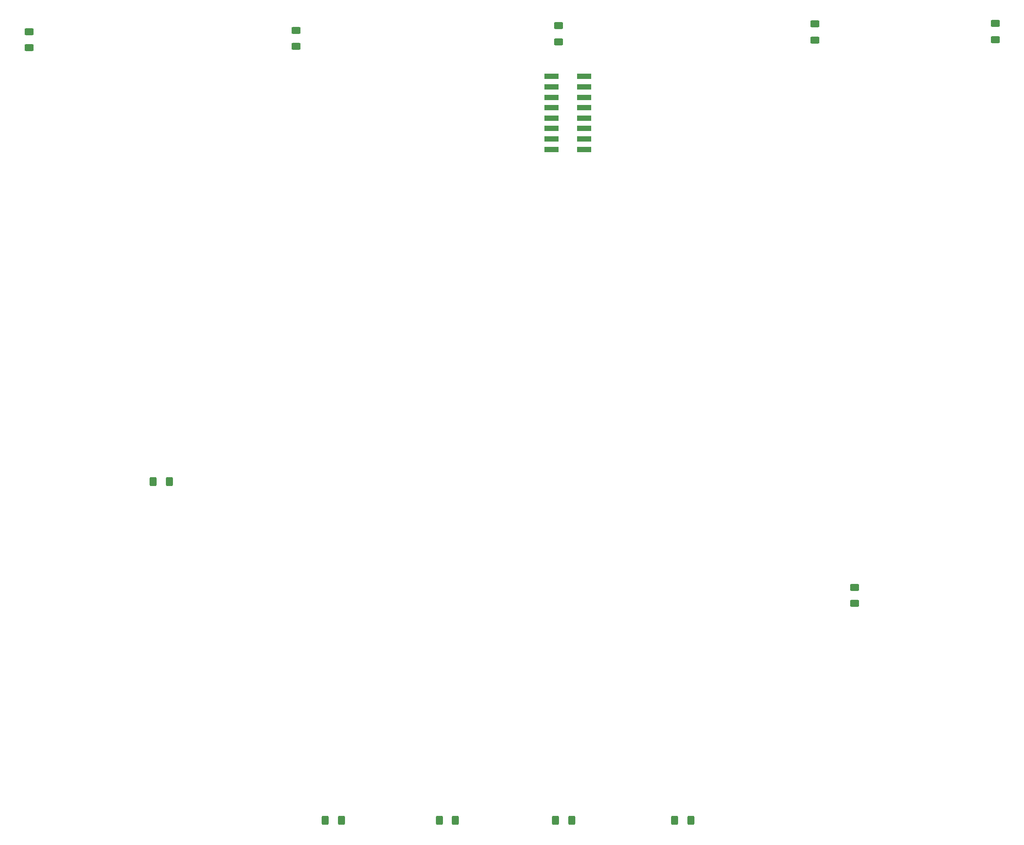
<source format=gbr>
%TF.GenerationSoftware,KiCad,Pcbnew,7.0.2-0*%
%TF.CreationDate,2023-11-13T20:51:24-05:00*%
%TF.ProjectId,Bridge System On Ramp,42726964-6765-4205-9379-7374656d204f,rev?*%
%TF.SameCoordinates,Original*%
%TF.FileFunction,Paste,Bot*%
%TF.FilePolarity,Positive*%
%FSLAX46Y46*%
G04 Gerber Fmt 4.6, Leading zero omitted, Abs format (unit mm)*
G04 Created by KiCad (PCBNEW 7.0.2-0) date 2023-11-13 20:51:24*
%MOMM*%
%LPD*%
G01*
G04 APERTURE LIST*
G04 Aperture macros list*
%AMRoundRect*
0 Rectangle with rounded corners*
0 $1 Rounding radius*
0 $2 $3 $4 $5 $6 $7 $8 $9 X,Y pos of 4 corners*
0 Add a 4 corners polygon primitive as box body*
4,1,4,$2,$3,$4,$5,$6,$7,$8,$9,$2,$3,0*
0 Add four circle primitives for the rounded corners*
1,1,$1+$1,$2,$3*
1,1,$1+$1,$4,$5*
1,1,$1+$1,$6,$7*
1,1,$1+$1,$8,$9*
0 Add four rect primitives between the rounded corners*
20,1,$1+$1,$2,$3,$4,$5,0*
20,1,$1+$1,$4,$5,$6,$7,0*
20,1,$1+$1,$6,$7,$8,$9,0*
20,1,$1+$1,$8,$9,$2,$3,0*%
G04 Aperture macros list end*
%ADD10RoundRect,0.250000X0.625000X-0.400000X0.625000X0.400000X-0.625000X0.400000X-0.625000X-0.400000X0*%
%ADD11RoundRect,0.250000X-0.400000X-0.625000X0.400000X-0.625000X0.400000X0.625000X-0.400000X0.625000X0*%
%ADD12RoundRect,0.250000X-0.625000X0.400000X-0.625000X-0.400000X0.625000X-0.400000X0.625000X0.400000X0*%
%ADD13R,2.750000X1.000000*%
G04 APERTURE END LIST*
D10*
%TO.C,R9*%
X171111000Y-5155300D03*
X171111000Y-2055300D03*
%TD*%
D11*
%TO.C,R4*%
X121360000Y-154940000D03*
X124460000Y-154940000D03*
%TD*%
D10*
%TO.C,R1*%
X205740000Y-5080000D03*
X205740000Y-1980000D03*
%TD*%
%TO.C,R8*%
X121920000Y-5500000D03*
X121920000Y-2400000D03*
%TD*%
D11*
%TO.C,R3*%
X99060000Y-154940000D03*
X102160000Y-154940000D03*
%TD*%
%TO.C,R2*%
X77190000Y-154940000D03*
X80290000Y-154940000D03*
%TD*%
D10*
%TO.C,R7*%
X71563400Y-6363700D03*
X71563400Y-3263700D03*
%TD*%
D11*
%TO.C,R6*%
X44170000Y-89890000D03*
X47270000Y-89890000D03*
%TD*%
D12*
%TO.C,R11*%
X178790000Y-110210000D03*
X178790000Y-113310000D03*
%TD*%
D10*
%TO.C,R10*%
X20320000Y-6630000D03*
X20320000Y-3530000D03*
%TD*%
D11*
%TO.C,R5*%
X144220000Y-154940000D03*
X147320000Y-154940000D03*
%TD*%
D13*
%TO.C,J2*%
X120626500Y-12136700D03*
X126876500Y-12136700D03*
X120626500Y-14136700D03*
X126876500Y-14136700D03*
X120626500Y-16136700D03*
X126876500Y-16136700D03*
X120626500Y-18136700D03*
X126876500Y-18136700D03*
X120626500Y-20136700D03*
X126876500Y-20136700D03*
X120626500Y-22136700D03*
X126876500Y-22136700D03*
X120626500Y-24136700D03*
X126876500Y-24136700D03*
X120626500Y-26136700D03*
X126876500Y-26136700D03*
%TD*%
M02*

</source>
